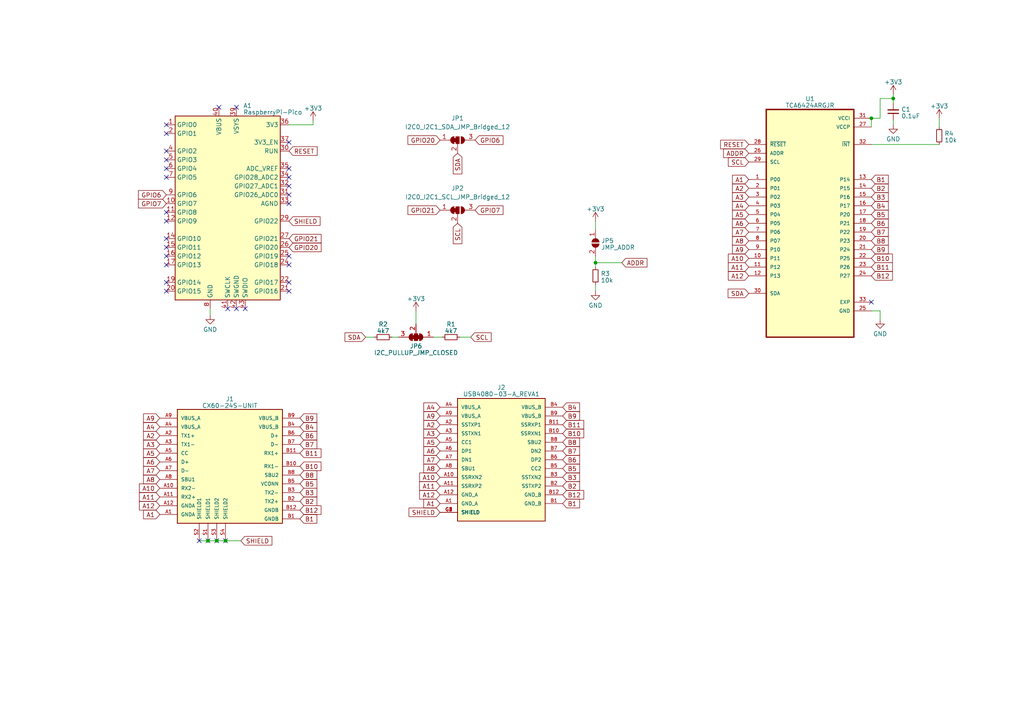
<source format=kicad_sch>
(kicad_sch (version 20230121) (generator eeschema)
  (paper "A4")
  (lib_symbols
    (symbol "CX60-24S-UNIT:CX60-24S-UNIT" (pin_names (offset 1.016))
      (property "Reference" "J1" (at 0 18.2499 0))
      (property "Value" "CX60-24S-UNIT" (at 0 16.3289 0))
      (symbol "CX60-24S-UNIT_0_0"
        (rectangle (start -15.24 -17.78) (end 15.24 15.24) (stroke (width 0.254)) (fill (type background)))
        (pin power_in line (at -20.32 -15.24 0) (length 5.08) (name "GNDA") (number "A1"))
        (pin bidirectional line (at -20.32 -7.62 0) (length 5.08) (name "RX2-") (number "A10"))
        (pin bidirectional line (at -20.32 -10.16 0) (length 5.08) (name "RX2+") (number "A11"))
        (pin power_in line (at -20.32 -12.7 0) (length 5.08) (name "GNDA") (number "A12"))
        (pin bidirectional line (at -20.32 7.62 0) (length 5.08) (name "TX1+") (number "A2"))
        (pin bidirectional line (at -20.32 5.08 0) (length 5.08) (name "TX1-") (number "A3"))
        (pin power_in line (at -20.32 10.16 0) (length 5.08) (name "VBUS_A") (number "A4"))
        (pin bidirectional line (at -20.32 2.54 0) (length 5.08) (name "CC") (number "A5"))
        (pin bidirectional line (at -20.32 0 0) (length 5.08) (name "D+") (number "A6"))
        (pin bidirectional line (at -20.32 -2.54 0) (length 5.08) (name "D-") (number "A7"))
        (pin bidirectional line (at -20.32 -5.08 0) (length 5.08) (name "SBU1") (number "A8"))
        (pin power_in line (at -20.32 12.7 0) (length 5.08) (name "VBUS_A") (number "A9"))
        (pin power_in line (at 20.32 -16.51 180) (length 5.08) (name "GNDB") (number "B1"))
        (pin bidirectional line (at 20.32 -1.27 180) (length 5.08) (name "RX1-") (number "B10"))
        (pin bidirectional line (at 20.32 2.54 180) (length 5.08) (name "RX1+") (number "B11"))
        (pin power_in line (at 20.32 -13.97 180) (length 5.08) (name "GNDB") (number "B12"))
        (pin bidirectional line (at 20.32 -11.43 180) (length 5.08) (name "TX2+") (number "B2"))
        (pin bidirectional line (at 20.32 -8.89 180) (length 5.08) (name "TX2-") (number "B3"))
        (pin power_in line (at 20.32 10.16 180) (length 5.08) (name "VBUS_B") (number "B4"))
        (pin bidirectional line (at 20.32 -6.35 180) (length 5.08) (name "VCONN") (number "B5"))
        (pin bidirectional line (at 20.32 -3.81 180) (length 5.08) (name "SBU2") (number "B8"))
        (pin power_in line (at 20.32 12.7 180) (length 5.08) (name "VBUS_B") (number "B9"))
        (pin passive line (at -6.35 -22.86 90) (length 5.08) (name "SHIELD1") (number "S1"))
        (pin passive line (at -8.89 -22.86 90) (length 5.08) (name "SHIELD1") (number "S2"))
        (pin passive line (at -3.81 -22.86 90) (length 5.08) (name "SHIELD2") (number "S3"))
        (pin passive line (at -1.27 -22.86 90) (length 5.08) (name "SHIELD2") (number "S4"))
      )
      (symbol "CX60-24S-UNIT_1_0"
        (pin bidirectional line (at 20.32 7.62 180) (length 5.08) (name "D+") (number "B6"))
        (pin bidirectional line (at 20.32 5.08 180) (length 5.08) (name "D-") (number "B7"))
      )
    )
    (symbol "Device:C_Small" (pin_numbers hide) (pin_names (offset 0.254) hide)
      (property "Reference" "C" (at 0.254 1.778 0))
      (property "Value" "C_Small" (at 0.254 -2.032 0))
      (symbol "C_Small_0_1"
        (polyline (pts (xy -1.524 -0.508) (xy 1.524 -0.508)) (stroke (width 0.3302)))
        (polyline (pts (xy -1.524 0.508) (xy 1.524 0.508)) (stroke (width 0.3048)))
      )
      (symbol "C_Small_1_1"
        (pin passive line (at 0 2.54 270) (length 2.032) (name "~") (number "1"))
        (pin passive line (at 0 -2.54 90) (length 2.032) (name "~") (number "2"))
      )
    )
    (symbol "Device:R_Small" (pin_numbers hide) (pin_names (offset 0.254) hide)
      (property "Reference" "R" (at 0.762 0.508 0))
      (property "Value" "R_Small" (at 0.762 -1.016 0))
      (symbol "R_Small_0_1"
        (rectangle (start -0.762 1.778) (end 0.762 -1.778) (stroke (width 0.2032)))
      )
      (symbol "R_Small_1_1"
        (pin passive line (at 0 2.54 270) (length 0.762) (name "~") (number "1"))
        (pin passive line (at 0 -2.54 90) (length 0.762) (name "~") (number "2"))
      )
    )
    (symbol "Jumper:SolderJumper_2_Open" (pin_names (offset 0) hide)
      (property "Reference" "JP" (at 0 2.032 0))
      (property "Value" "SolderJumper_2_Open" (at 0 -2.54 0))
      (symbol "SolderJumper_2_Open_0_1"
        (arc (start -0.254 1.016) (mid -1.2656 0) (end -0.254 -1.016))
        (arc (start -0.254 1.016) (mid -1.2656 0) (end -0.254 -1.016) (fill (type outline)))
        (polyline (pts (xy -0.254 1.016) (xy -0.254 -1.016)))
        (polyline (pts (xy 0.254 1.016) (xy 0.254 -1.016)))
        (arc (start 0.254 -1.016) (mid 1.2656 0) (end 0.254 1.016))
        (arc (start 0.254 -1.016) (mid 1.2656 0) (end 0.254 1.016) (fill (type outline)))
      )
      (symbol "SolderJumper_2_Open_1_1"
        (pin passive line (at -3.81 0 0) (length 2.54) (name "A") (number "1"))
        (pin passive line (at 3.81 0 180) (length 2.54) (name "B") (number "2"))
      )
    )
    (symbol "Jumper:SolderJumper_3_Bridged12" (pin_names (offset 0) hide)
      (property "Reference" "JP" (at -2.54 -2.54 0))
      (property "Value" "SolderJumper_3_Bridged12" (at 0 2.794 0))
      (symbol "SolderJumper_3_Bridged12_0_1"
        (rectangle (start -1.016 0.508) (end -0.508 -0.508) (fill (type outline)))
        (arc (start -1.016 1.016) (mid -2.0276 0) (end -1.016 -1.016))
        (arc (start -1.016 1.016) (mid -2.0276 0) (end -1.016 -1.016) (fill (type outline)))
        (rectangle (start -0.508 1.016) (end 0.508 -1.016) (fill (type outline)))
        (polyline (pts (xy -2.54 0) (xy -2.032 0)))
        (polyline (pts (xy -1.016 1.016) (xy -1.016 -1.016)))
        (polyline (pts (xy 0 -1.27) (xy 0 -1.016)))
        (polyline (pts (xy 1.016 1.016) (xy 1.016 -1.016)))
        (polyline (pts (xy 2.54 0) (xy 2.032 0)))
        (arc (start 1.016 -1.016) (mid 2.0276 0) (end 1.016 1.016))
        (arc (start 1.016 -1.016) (mid 2.0276 0) (end 1.016 1.016) (fill (type outline)))
      )
      (symbol "SolderJumper_3_Bridged12_1_1"
        (pin passive line (at -5.08 0 0) (length 2.54) (name "A") (number "1"))
        (pin passive line (at 0 -3.81 90) (length 2.54) (name "C") (number "2"))
        (pin passive line (at 5.08 0 180) (length 2.54) (name "B") (number "3"))
      )
    )
    (symbol "Jumper:SolderJumper_3_Bridged123" (pin_names (offset 0) hide)
      (property "Reference" "JP" (at -2.54 -2.54 0))
      (property "Value" "SolderJumper_3_Bridged123" (at 0 2.794 0))
      (symbol "SolderJumper_3_Bridged123_0_1"
        (rectangle (start -1.016 0.508) (end -0.508 -0.508) (fill (type outline)))
        (arc (start -1.016 1.016) (mid -2.0276 0) (end -1.016 -1.016))
        (arc (start -1.016 1.016) (mid -2.0276 0) (end -1.016 -1.016) (fill (type outline)))
        (rectangle (start -0.508 1.016) (end 0.508 -1.016) (fill (type outline)))
        (polyline (pts (xy -2.54 0) (xy -2.032 0)))
        (polyline (pts (xy -1.016 1.016) (xy -1.016 -1.016)))
        (polyline (pts (xy 0 -1.27) (xy 0 -1.016)))
        (polyline (pts (xy 1.016 1.016) (xy 1.016 -1.016)))
        (polyline (pts (xy 2.54 0) (xy 2.032 0)))
        (rectangle (start 0.508 0.508) (end 1.016 -0.508) (fill (type outline)))
        (arc (start 1.016 -1.016) (mid 2.0276 0) (end 1.016 1.016))
        (arc (start 1.016 -1.016) (mid 2.0276 0) (end 1.016 1.016) (fill (type outline)))
      )
      (symbol "SolderJumper_3_Bridged123_1_1"
        (pin passive line (at -5.08 0 0) (length 2.54) (name "A") (number "1"))
        (pin passive line (at 0 -3.81 90) (length 2.54) (name "C") (number "2"))
        (pin passive line (at 5.08 0 180) (length 2.54) (name "B") (number "3"))
      )
    )
    (symbol "Pi_Pico:RaspberryPi-Pico"
      (property "Reference" "A" (at 0 17.78 0))
      (property "Value" "RaspberryPi-Pico" (at 2.54 15.24 0))
      (symbol "RaspberryPi-Pico_1_1"
        (rectangle (start -15.24 27.94) (end 15.24 -25.4) (stroke (width 0.254)) (fill (type background)))
        (pin bidirectional line (at -17.78 25.4 0) (length 2.54) (name "GPIO0") (number "1"))
        (pin bidirectional line (at -17.78 2.54 0) (length 2.54) (name "GPIO7") (number "10"))
        (pin bidirectional line (at -17.78 0 0) (length 2.54) (name "GPIO8") (number "11"))
        (pin bidirectional line (at -17.78 -2.54 0) (length 2.54) (name "GPIO9") (number "12"))
        (pin passive line (at -5.08 -27.94 90) (length 2.54) hide (name "GND") (number "13"))
        (pin bidirectional line (at -17.78 -7.62 0) (length 2.54) (name "GPIO10") (number "14"))
        (pin bidirectional line (at -17.78 -10.16 0) (length 2.54) (name "GPIO11") (number "15"))
        (pin bidirectional line (at -17.78 -12.7 0) (length 2.54) (name "GPIO12") (number "16"))
        (pin bidirectional line (at -17.78 -15.24 0) (length 2.54) (name "GPIO13") (number "17"))
        (pin passive line (at -5.08 -27.94 90) (length 2.54) hide (name "GND") (number "18"))
        (pin bidirectional line (at -17.78 -20.32 0) (length 2.54) (name "GPIO14") (number "19"))
        (pin bidirectional line (at -17.78 22.86 0) (length 2.54) (name "GPIO1") (number "2"))
        (pin bidirectional line (at -17.78 -22.86 0) (length 2.54) (name "GPIO15") (number "20"))
        (pin bidirectional line (at 17.78 -22.86 180) (length 2.54) (name "GPIO16") (number "21"))
        (pin bidirectional line (at 17.78 -20.32 180) (length 2.54) (name "GPIO17") (number "22"))
        (pin passive line (at -5.08 -27.94 90) (length 2.54) hide (name "GND") (number "23"))
        (pin bidirectional line (at 17.78 -15.24 180) (length 2.54) (name "GPIO18") (number "24"))
        (pin bidirectional line (at 17.78 -12.7 180) (length 2.54) (name "GPIO19") (number "25"))
        (pin bidirectional line (at 17.78 -10.16 180) (length 2.54) (name "GPIO20") (number "26"))
        (pin bidirectional line (at 17.78 -7.62 180) (length 2.54) (name "GPIO21") (number "27"))
        (pin passive line (at -5.08 -27.94 90) (length 2.54) hide (name "GND") (number "28"))
        (pin bidirectional line (at 17.78 -2.54 180) (length 2.54) (name "GPIO22") (number "29"))
        (pin passive line (at -5.08 -27.94 90) (length 2.54) hide (name "GND") (number "3"))
        (pin input line (at 17.78 17.78 180) (length 2.54) (name "RUN") (number "30"))
        (pin bidirectional line (at 17.78 5.08 180) (length 2.54) (name "GPIO26_ADC0") (number "31"))
        (pin bidirectional line (at 17.78 7.62 180) (length 2.54) (name "GPIO27_ADC1") (number "32"))
        (pin power_in line (at 17.78 2.54 180) (length 2.54) (name "AGND") (number "33"))
        (pin bidirectional line (at 17.78 10.16 180) (length 2.54) (name "GPIO28_ADC2") (number "34"))
        (pin power_in line (at 17.78 12.7 180) (length 2.54) (name "ADC_VREF") (number "35"))
        (pin power_out line (at 17.78 25.4 180) (length 2.54) (name "3V3") (number "36"))
        (pin input line (at 17.78 20.32 180) (length 2.54) (name "3V3_EN") (number "37"))
        (pin passive line (at -5.08 -27.94 90) (length 2.54) hide (name "GND") (number "38"))
        (pin power_out line (at 2.54 30.48 270) (length 2.54) (name "VSYS") (number "39"))
        (pin bidirectional line (at -17.78 17.78 0) (length 2.54) (name "GPIO2") (number "4"))
        (pin power_out line (at -2.54 30.48 270) (length 2.54) (name "VBUS") (number "40"))
        (pin input line (at 0 -27.94 90) (length 2.54) (name "SWCLK") (number "41"))
        (pin power_in line (at 2.54 -27.94 90) (length 2.54) (name "SWGND") (number "42"))
        (pin bidirectional line (at 5.08 -27.94 90) (length 2.54) (name "SWDIO") (number "43"))
        (pin bidirectional line (at -17.78 15.24 0) (length 2.54) (name "GPIO3") (number "5"))
        (pin bidirectional line (at -17.78 12.7 0) (length 2.54) (name "GPIO4") (number "6"))
        (pin bidirectional line (at -17.78 10.16 0) (length 2.54) (name "GPIO5") (number "7"))
        (pin power_in line (at -5.08 -27.94 90) (length 2.54) (name "GND") (number "8"))
        (pin bidirectional line (at -17.78 5.08 0) (length 2.54) (name "GPIO6") (number "9"))
      )
    )
    (symbol "TCA6424ARGJR:TCA6424ARGJR" (pin_names (offset 1.016))
      (property "Reference" "U" (at -12.7 34.02 0))
      (property "Value" "TCA6424ARGJR" (at -12.7 -37.02 0))
      (symbol "TCA6424ARGJR_0_0"
        (rectangle (start -12.7 -33.02) (end 12.7 33.02) (stroke (width 0.41)) (fill (type background)))
        (pin bidirectional line (at -17.78 12.7 0) (length 5.08) (name "P00") (number "1"))
        (pin bidirectional line (at -17.78 -10.16 0) (length 5.08) (name "P11") (number "10"))
        (pin bidirectional line (at -17.78 -12.7 0) (length 5.08) (name "P12") (number "11"))
        (pin bidirectional line (at -17.78 -15.24 0) (length 5.08) (name "P13") (number "12"))
        (pin bidirectional line (at 17.78 12.7 180) (length 5.08) (name "P14") (number "13"))
        (pin bidirectional line (at 17.78 10.16 180) (length 5.08) (name "P15") (number "14"))
        (pin bidirectional line (at 17.78 7.62 180) (length 5.08) (name "P16") (number "15"))
        (pin bidirectional line (at 17.78 5.08 180) (length 5.08) (name "P17") (number "16"))
        (pin bidirectional line (at 17.78 2.54 180) (length 5.08) (name "P20") (number "17"))
        (pin bidirectional line (at 17.78 0 180) (length 5.08) (name "P21") (number "18"))
        (pin bidirectional line (at 17.78 -2.54 180) (length 5.08) (name "P22") (number "19"))
        (pin bidirectional line (at -17.78 10.16 0) (length 5.08) (name "P01") (number "2"))
        (pin bidirectional line (at 17.78 -5.08 180) (length 5.08) (name "P23") (number "20"))
        (pin bidirectional line (at 17.78 -7.62 180) (length 5.08) (name "P24") (number "21"))
        (pin bidirectional line (at 17.78 -10.16 180) (length 5.08) (name "P25") (number "22"))
        (pin bidirectional line (at 17.78 -12.7 180) (length 5.08) (name "P26") (number "23"))
        (pin bidirectional line (at 17.78 -15.24 180) (length 5.08) (name "P27") (number "24"))
        (pin power_in line (at 17.78 -25.4 180) (length 5.08) (name "GND") (number "25"))
        (pin input line (at -17.78 20.32 0) (length 5.08) (name "ADDR") (number "26"))
        (pin power_in line (at 17.78 27.94 180) (length 5.08) (name "VCCP") (number "27"))
        (pin input line (at -17.78 22.86 0) (length 5.08) (name "~{RESET}") (number "28"))
        (pin input line (at -17.78 17.78 0) (length 5.08) (name "SCL") (number "29"))
        (pin bidirectional line (at -17.78 7.62 0) (length 5.08) (name "P02") (number "3"))
        (pin bidirectional line (at -17.78 -20.32 0) (length 5.08) (name "SDA") (number "30"))
        (pin power_in line (at 17.78 30.48 180) (length 5.08) (name "VCCI") (number "31"))
        (pin output line (at 17.78 22.86 180) (length 5.08) (name "~{INT}") (number "32"))
        (pin power_in line (at 17.78 -22.86 180) (length 5.08) (name "EXP") (number "33"))
        (pin bidirectional line (at -17.78 5.08 0) (length 5.08) (name "P03") (number "4"))
        (pin bidirectional line (at -17.78 2.54 0) (length 5.08) (name "P04") (number "5"))
        (pin bidirectional line (at -17.78 0 0) (length 5.08) (name "P05") (number "6"))
        (pin bidirectional line (at -17.78 -2.54 0) (length 5.08) (name "P06") (number "7"))
        (pin bidirectional line (at -17.78 -5.08 0) (length 5.08) (name "P07") (number "8"))
        (pin bidirectional line (at -17.78 -7.62 0) (length 5.08) (name "P10") (number "9"))
      )
    )
    (symbol "USB4080-03-A_REVA1:USB4080-03-A_REVA1" (pin_names (offset 1.016))
      (property "Reference" "J2" (at 0 20.971 0))
      (property "Value" "USB4080-03-A_REVA1" (at 0 19.05 0))
      (symbol "USB4080-03-A_REVA1_0_0"
        (rectangle (start -12.7 17.78) (end 12.7 -17.78) (stroke (width 0.254)) (fill (type background)))
        (pin power_in line (at -17.78 -12.7 0) (length 5.08) (name "GND_A") (number "A1"))
        (pin bidirectional line (at -17.78 -5.08 0) (length 5.08) (name "SSRXN2") (number "A10"))
        (pin bidirectional line (at -17.78 -7.62 0) (length 5.08) (name "SSRXP2") (number "A11"))
        (pin power_in line (at -17.78 -10.16 0) (length 5.08) (name "GND_A") (number "A12"))
        (pin bidirectional line (at -17.78 10.16 0) (length 5.08) (name "SSTXP1") (number "A2"))
        (pin bidirectional line (at -17.78 7.62 0) (length 5.08) (name "SSTXN1") (number "A3"))
        (pin power_in line (at -17.78 15.24 0) (length 5.08) (name "VBUS_A") (number "A4"))
        (pin bidirectional line (at -17.78 5.08 0) (length 5.08) (name "CC1") (number "A5"))
        (pin bidirectional line (at -17.78 2.54 0) (length 5.08) (name "DP1") (number "A6"))
        (pin bidirectional line (at -17.78 0 0) (length 5.08) (name "DN1") (number "A7"))
        (pin bidirectional line (at -17.78 -2.54 0) (length 5.08) (name "SBU1") (number "A8"))
        (pin power_in line (at -17.78 12.7 0) (length 5.08) (name "VBUS_A") (number "A9"))
        (pin power_in line (at 17.78 -12.7 180) (length 5.08) (name "GND_B") (number "B1"))
        (pin bidirectional line (at 17.78 7.62 180) (length 5.08) (name "SSRXN1") (number "B10"))
        (pin bidirectional line (at 17.78 10.16 180) (length 5.08) (name "SSRXP1") (number "B11"))
        (pin power_in line (at 17.78 -10.16 180) (length 5.08) (name "GND_B") (number "B12"))
        (pin bidirectional line (at 17.78 -7.62 180) (length 5.08) (name "SSTXP2") (number "B2"))
        (pin bidirectional line (at 17.78 -5.08 180) (length 5.08) (name "SSTXN2") (number "B3"))
        (pin power_in line (at 17.78 15.24 180) (length 5.08) (name "VBUS_B") (number "B4"))
        (pin bidirectional line (at 17.78 -2.54 180) (length 5.08) (name "CC2") (number "B5"))
        (pin bidirectional line (at 17.78 0 180) (length 5.08) (name "DP2") (number "B6"))
        (pin bidirectional line (at 17.78 2.54 180) (length 5.08) (name "DN2") (number "B7"))
        (pin bidirectional line (at 17.78 5.08 180) (length 5.08) (name "SBU2") (number "B8"))
        (pin power_in line (at 17.78 12.7 180) (length 5.08) (name "VBUS_B") (number "B9"))
        (pin passive line (at -17.78 -15.24 0) (length 5.08) (name "SHIELD") (number "G1"))
        (pin passive line (at -17.78 -15.24 0) (length 5.08) (name "SHIELD") (number "G2"))
        (pin passive line (at -17.78 -15.24 0) (length 5.08) (name "SHIELD") (number "G3"))
        (pin passive line (at -17.78 -15.24 0) (length 5.08) (name "SHIELD") (number "G4"))
      )
    )
    (symbol "power:+3V3" (power) (pin_names (offset 0))
      (property "Value" "+3V3" (at 0 3.556 0))
      (symbol "+3V3_0_1"
        (polyline (pts (xy -0.762 1.27) (xy 0 2.54)))
        (polyline (pts (xy 0 0) (xy 0 2.54)))
        (polyline (pts (xy 0 2.54) (xy 0.762 1.27)))
      )
      (symbol "+3V3_1_1"
        (pin power_in line (at 0 0 90) (length 0) hide (name "+3V3") (number "1"))
      )
    )
    (symbol "power:GND" (power) (pin_names (offset 0))
      (property "Value" "GND" (at 0 -3.81 0))
      (symbol "GND_0_1"
        (polyline (pts (xy 0 0) (xy 0 -1.27) (xy 1.27 -1.27) (xy 0 -2.54) (xy -1.27 -1.27) (xy 0 -1.27)))
      )
      (symbol "GND_1_1"
        (pin power_in line (at 0 0 270) (length 0) hide (name "GND") (number "1"))
      )
    )
  )
  (junction (at 62.865 156.845))
  (junction (at 172.72 76.2))
  (junction (at 65.405 156.845))
  (junction (at 60.325 156.845))
  (junction (at 259.08 28.575))
  (junction (at 252.73 34.29))
  (no_connect (at 48.26 61.595))
  (no_connect (at 68.58 31.115))
  (no_connect (at 60.325 156.845))
  (no_connect (at 48.26 64.135))
  (no_connect (at 71.12 89.535))
  (no_connect (at 83.82 48.895))
  (no_connect (at 66.04 89.535))
  (no_connect (at 63.5 31.115))
  (no_connect (at 48.26 46.355))
  (no_connect (at 48.26 36.195))
  (no_connect (at 48.26 38.735))
  (no_connect (at 48.26 71.755))
  (no_connect (at 48.26 84.455))
  (no_connect (at 83.82 81.915))
  (no_connect (at 83.82 74.295))
  (no_connect (at 83.82 41.275))
  (no_connect (at 48.26 81.915))
  (no_connect (at 83.82 84.455))
  (no_connect (at 62.865 156.845))
  (no_connect (at 83.82 59.055))
  (no_connect (at 48.26 76.835))
  (no_connect (at 48.26 48.895))
  (no_connect (at 65.405 156.845))
  (no_connect (at 68.58 89.535))
  (no_connect (at 83.82 51.435))
  (no_connect (at 48.26 51.435))
  (no_connect (at 48.26 69.215))
  (no_connect (at 252.73 87.63))
  (no_connect (at 57.785 156.845))
  (no_connect (at 83.82 76.835))
  (no_connect (at 48.26 74.295))
  (no_connect (at 48.26 43.815))
  (no_connect (at 83.82 53.975))
  (no_connect (at 83.82 56.515))
  (wire (pts (xy 62.865 156.845) (xy 65.405 156.845)))
  (wire (pts (xy 255.27 28.575) (xy 259.08 28.575)))
  (wire (pts (xy 60.96 89.535) (xy 60.96 91.44)))
  (wire (pts (xy 106.045 97.79) (xy 108.585 97.79)))
  (wire (pts (xy 113.665 97.79) (xy 115.57 97.79)))
  (wire (pts (xy 65.405 156.845) (xy 69.85 156.845)))
  (wire (pts (xy 133.35 97.79) (xy 136.525 97.79)))
  (wire (pts (xy 252.73 90.17) (xy 255.27 90.17)))
  (wire (pts (xy 272.415 34.29) (xy 272.415 36.83)))
  (wire (pts (xy 252.73 41.91) (xy 272.415 41.91)))
  (wire (pts (xy 60.325 156.845) (xy 62.865 156.845)))
  (wire (pts (xy 252.73 34.29) (xy 252.73 36.83)))
  (wire (pts (xy 57.785 156.845) (xy 60.325 156.845)))
  (wire (pts (xy 259.08 34.925) (xy 259.08 36.195)))
  (wire (pts (xy 120.65 90.17) (xy 120.65 93.98)))
  (wire (pts (xy 172.72 74.295) (xy 172.72 76.2)))
  (wire (pts (xy 255.27 90.17) (xy 255.27 92.71)))
  (wire (pts (xy 172.72 76.2) (xy 180.34 76.2)))
  (wire (pts (xy 255.27 34.29) (xy 255.27 28.575)))
  (wire (pts (xy 90.805 36.195) (xy 83.82 36.195)))
  (wire (pts (xy 172.72 82.55) (xy 172.72 84.455)))
  (wire (pts (xy 259.08 27.305) (xy 259.08 28.575)))
  (wire (pts (xy 252.73 34.29) (xy 255.27 34.29)))
  (wire (pts (xy 128.27 97.79) (xy 125.73 97.79)))
  (wire (pts (xy 259.08 28.575) (xy 259.08 29.845)))
  (wire (pts (xy 90.805 34.925) (xy 90.805 36.195)))
  (wire (pts (xy 172.72 64.135) (xy 172.72 66.675)))
  (wire (pts (xy 172.72 76.2) (xy 172.72 77.47)))
  (global_label "A3" (shape input) (at 217.17 57.15 180) (property "Intersheetrefs" "${INTERSHEET_REFS}" (effects hide)))
  (global_label "B8" (shape input) (at 86.995 137.795 0) (property "Intersheetrefs" "${INTERSHEET_REFS}" (effects hide)))
  (global_label "A2" (shape input) (at 127.635 123.19 180) (property "Intersheetrefs" "${INTERSHEET_REFS}" (effects hide)))
  (global_label "A12" (shape input) (at 127.635 143.51 180) (property "Intersheetrefs" "${INTERSHEET_REFS}" (effects hide)))
  (global_label "A12" (shape input) (at 46.355 146.685 180) (property "Intersheetrefs" "${INTERSHEET_REFS}" (effects hide)))
  (global_label "A6" (shape input) (at 46.355 133.985 180) (property "Intersheetrefs" "${INTERSHEET_REFS}" (effects hide)))
  (global_label "GPIO20" (shape input) (at 127.635 40.64 180) (property "Intersheetrefs" "${INTERSHEET_REFS}" (effects hide)))
  (global_label "B6" (shape input) (at 252.73 64.77 0) (property "Intersheetrefs" "${INTERSHEET_REFS}" (effects hide)))
  (global_label "A12" (shape input) (at 217.17 80.01 180) (property "Intersheetrefs" "${INTERSHEET_REFS}" (effects hide)))
  (global_label "A4" (shape input) (at 217.17 59.69 180) (property "Intersheetrefs" "${INTERSHEET_REFS}" (effects hide)))
  (global_label "B3" (shape input) (at 86.995 142.875 0) (property "Intersheetrefs" "${INTERSHEET_REFS}" (effects hide)))
  (global_label "SHIELD" (shape input) (at 127.635 148.59 180) (property "Intersheetrefs" "${INTERSHEET_REFS}" (effects hide)))
  (global_label "A6" (shape input) (at 217.17 64.77 180) (property "Intersheetrefs" "${INTERSHEET_REFS}" (effects hide)))
  (global_label "B3" (shape input) (at 252.73 57.15 0) (property "Intersheetrefs" "${INTERSHEET_REFS}" (effects hide)))
  (global_label "B10" (shape input) (at 86.995 135.255 0) (property "Intersheetrefs" "${INTERSHEET_REFS}" (effects hide)))
  (global_label "B4" (shape input) (at 252.73 59.69 0) (property "Intersheetrefs" "${INTERSHEET_REFS}" (effects hide)))
  (global_label "B7" (shape input) (at 86.995 128.905 0) (property "Intersheetrefs" "${INTERSHEET_REFS}" (effects hide)))
  (global_label "B5" (shape input) (at 86.995 140.335 0) (property "Intersheetrefs" "${INTERSHEET_REFS}" (effects hide)))
  (global_label "B5" (shape input) (at 252.73 62.23 0) (property "Intersheetrefs" "${INTERSHEET_REFS}" (effects hide)))
  (global_label "GPIO20" (shape input) (at 83.82 71.755 0) (property "Intersheetrefs" "${INTERSHEET_REFS}" (effects hide)))
  (global_label "SDA" (shape input) (at 106.045 97.79 180) (property "Intersheetrefs" "${INTERSHEET_REFS}" (effects hide)))
  (global_label "A8" (shape input) (at 217.17 69.85 180) (property "Intersheetrefs" "${INTERSHEET_REFS}" (effects hide)))
  (global_label "B7" (shape input) (at 163.195 130.81 0) (property "Intersheetrefs" "${INTERSHEET_REFS}" (effects hide)))
  (global_label "B12" (shape input) (at 86.995 147.955 0) (property "Intersheetrefs" "${INTERSHEET_REFS}" (effects hide)))
  (global_label "ADDR" (shape input) (at 180.34 76.2 0) (property "Intersheetrefs" "${INTERSHEET_REFS}" (effects hide)))
  (global_label "A4" (shape input) (at 46.355 123.825 180) (property "Intersheetrefs" "${INTERSHEET_REFS}" (effects hide)))
  (global_label "B1" (shape input) (at 163.195 146.05 0) (property "Intersheetrefs" "${INTERSHEET_REFS}" (effects hide)))
  (global_label "A3" (shape input) (at 46.355 128.905 180) (property "Intersheetrefs" "${INTERSHEET_REFS}" (effects hide)))
  (global_label "SDA" (shape input) (at 217.17 85.09 180) (property "Intersheetrefs" "${INTERSHEET_REFS}" (effects hide)))
  (global_label "A9" (shape input) (at 46.355 121.285 180) (property "Intersheetrefs" "${INTERSHEET_REFS}" (effects hide)))
  (global_label "A2" (shape input) (at 217.17 54.61 180) (property "Intersheetrefs" "${INTERSHEET_REFS}" (effects hide)))
  (global_label "RESET" (shape input) (at 83.82 43.815 0) (property "Intersheetrefs" "${INTERSHEET_REFS}" (effects hide)))
  (global_label "A7" (shape input) (at 127.635 133.35 180) (property "Intersheetrefs" "${INTERSHEET_REFS}" (effects hide)))
  (global_label "B8" (shape input) (at 252.73 69.85 0) (property "Intersheetrefs" "${INTERSHEET_REFS}" (effects hide)))
  (global_label "SDA" (shape input) (at 132.715 44.45 270) (property "Intersheetrefs" "${INTERSHEET_REFS}" (effects hide)))
  (global_label "A6" (shape input) (at 127.635 130.81 180) (property "Intersheetrefs" "${INTERSHEET_REFS}" (effects hide)))
  (global_label "A2" (shape input) (at 46.355 126.365 180) (property "Intersheetrefs" "${INTERSHEET_REFS}" (effects hide)))
  (global_label "A9" (shape input) (at 127.635 120.65 180) (property "Intersheetrefs" "${INTERSHEET_REFS}" (effects hide)))
  (global_label "A11" (shape input) (at 46.355 144.145 180) (property "Intersheetrefs" "${INTERSHEET_REFS}" (effects hide)))
  (global_label "B1" (shape input) (at 252.73 52.07 0) (property "Intersheetrefs" "${INTERSHEET_REFS}" (effects hide)))
  (global_label "GPIO6" (shape input) (at 137.795 40.64 0) (property "Intersheetrefs" "${INTERSHEET_REFS}" (effects hide)))
  (global_label "B10" (shape input) (at 163.195 125.73 0) (property "Intersheetrefs" "${INTERSHEET_REFS}" (effects hide)))
  (global_label "B11" (shape input) (at 86.995 131.445 0) (property "Intersheetrefs" "${INTERSHEET_REFS}" (effects hide)))
  (global_label "A11" (shape input) (at 217.17 77.47 180) (property "Intersheetrefs" "${INTERSHEET_REFS}" (effects hide)))
  (global_label "B6" (shape input) (at 163.195 133.35 0) (property "Intersheetrefs" "${INTERSHEET_REFS}" (effects hide)))
  (global_label "GPIO7" (shape input) (at 137.795 60.96 0) (property "Intersheetrefs" "${INTERSHEET_REFS}" (effects hide)))
  (global_label "A1" (shape input) (at 127.635 146.05 180) (property "Intersheetrefs" "${INTERSHEET_REFS}" (effects hide)))
  (global_label "A5" (shape input) (at 46.355 131.445 180) (property "Intersheetrefs" "${INTERSHEET_REFS}" (effects hide)))
  (global_label "B4" (shape input) (at 86.995 123.825 0) (property "Intersheetrefs" "${INTERSHEET_REFS}" (effects hide)))
  (global_label "A8" (shape input) (at 127.635 135.89 180) (property "Intersheetrefs" "${INTERSHEET_REFS}" (effects hide)))
  (global_label "B9" (shape input) (at 252.73 72.39 0) (property "Intersheetrefs" "${INTERSHEET_REFS}" (effects hide)))
  (global_label "B10" (shape input) (at 252.73 74.93 0) (property "Intersheetrefs" "${INTERSHEET_REFS}" (effects hide)))
  (global_label "A9" (shape input) (at 217.17 72.39 180) (property "Intersheetrefs" "${INTERSHEET_REFS}" (effects hide)))
  (global_label "A11" (shape input) (at 127.635 140.97 180) (property "Intersheetrefs" "${INTERSHEET_REFS}" (effects hide)))
  (global_label "B12" (shape input) (at 252.73 80.01 0) (property "Intersheetrefs" "${INTERSHEET_REFS}" (effects hide)))
  (global_label "A3" (shape input) (at 127.635 125.73 180) (property "Intersheetrefs" "${INTERSHEET_REFS}" (effects hide)))
  (global_label "B7" (shape input) (at 252.73 67.31 0) (property "Intersheetrefs" "${INTERSHEET_REFS}" (effects hide)))
  (global_label "B11" (shape input) (at 252.73 77.47 0) (property "Intersheetrefs" "${INTERSHEET_REFS}" (effects hide)))
  (global_label "B12" (shape input) (at 163.195 143.51 0) (property "Intersheetrefs" "${INTERSHEET_REFS}" (effects hide)))
  (global_label "B6" (shape input) (at 86.995 126.365 0) (property "Intersheetrefs" "${INTERSHEET_REFS}" (effects hide)))
  (global_label "A1" (shape input) (at 46.355 149.225 180) (property "Intersheetrefs" "${INTERSHEET_REFS}" (effects hide)))
  (global_label "B1" (shape input) (at 86.995 150.495 0) (property "Intersheetrefs" "${INTERSHEET_REFS}" (effects hide)))
  (global_label "B2" (shape input) (at 252.73 54.61 0) (property "Intersheetrefs" "${INTERSHEET_REFS}" (effects hide)))
  (global_label "SHIELD" (shape input) (at 83.82 64.135 0) (property "Intersheetrefs" "${INTERSHEET_REFS}" (effects hide)))
  (global_label "GPIO21" (shape input) (at 83.82 69.215 0) (property "Intersheetrefs" "${INTERSHEET_REFS}" (effects hide)))
  (global_label "GPIO21" (shape input) (at 127.635 60.96 180) (property "Intersheetrefs" "${INTERSHEET_REFS}" (effects hide)))
  (global_label "A10" (shape input) (at 217.17 74.93 180) (property "Intersheetrefs" "${INTERSHEET_REFS}" (effects hide)))
  (global_label "SCL" (shape input) (at 136.525 97.79 0) (property "Intersheetrefs" "${INTERSHEET_REFS}" (effects hide)))
  (global_label "B5" (shape input) (at 163.195 135.89 0) (property "Intersheetrefs" "${INTERSHEET_REFS}" (effects hide)))
  (global_label "RESET" (shape input) (at 217.17 41.91 180) (property "Intersheetrefs" "${INTERSHEET_REFS}" (effects hide)))
  (global_label "B2" (shape input) (at 163.195 140.97 0) (property "Intersheetrefs" "${INTERSHEET_REFS}" (effects hide)))
  (global_label "B9" (shape input) (at 86.995 121.285 0) (property "Intersheetrefs" "${INTERSHEET_REFS}" (effects hide)))
  (global_label "B9" (shape input) (at 163.195 120.65 0) (property "Intersheetrefs" "${INTERSHEET_REFS}" (effects hide)))
  (global_label "GPIO7" (shape input) (at 48.26 59.055 180) (property "Intersheetrefs" "${INTERSHEET_REFS}" (effects hide)))
  (global_label "A1" (shape input) (at 217.17 52.07 180) (property "Intersheetrefs" "${INTERSHEET_REFS}" (effects hide)))
  (global_label "A10" (shape input) (at 46.355 141.605 180) (property "Intersheetrefs" "${INTERSHEET_REFS}" (effects hide)))
  (global_label "SCL" (shape input) (at 217.17 46.99 180) (property "Intersheetrefs" "${INTERSHEET_REFS}" (effects hide)))
  (global_label "A7" (shape input) (at 46.355 136.525 180) (property "Intersheetrefs" "${INTERSHEET_REFS}" (effects hide)))
  (global_label "A5" (shape input) (at 217.17 62.23 180) (property "Intersheetrefs" "${INTERSHEET_REFS}" (effects hide)))
  (global_label "SCL" (shape input) (at 132.715 64.77 270) (property "Intersheetrefs" "${INTERSHEET_REFS}" (effects hide)))
  (global_label "B8" (shape input) (at 163.195 128.27 0) (property "Intersheetrefs" "${INTERSHEET_REFS}" (effects hide)))
  (global_label "A10" (shape input) (at 127.635 138.43 180) (property "Intersheetrefs" "${INTERSHEET_REFS}" (effects hide)))
  (global_label "B11" (shape input) (at 163.195 123.19 0) (property "Intersheetrefs" "${INTERSHEET_REFS}" (effects hide)))
  (global_label "B3" (shape input) (at 163.195 138.43 0) (property "Intersheetrefs" "${INTERSHEET_REFS}" (effects hide)))
  (global_label "A7" (shape input) (at 217.17 67.31 180) (property "Intersheetrefs" "${INTERSHEET_REFS}" (effects hide)))
  (global_label "ADDR" (shape input) (at 217.17 44.45 180) (property "Intersheetrefs" "${INTERSHEET_REFS}" (effects hide)))
  (global_label "GPIO6" (shape input) (at 48.26 56.515 180) (property "Intersheetrefs" "${INTERSHEET_REFS}" (effects hide)))
  (global_label "A5" (shape input) (at 127.635 128.27 180) (property "Intersheetrefs" "${INTERSHEET_REFS}" (effects hide)))
  (global_label "A4" (shape input) (at 127.635 118.11 180) (property "Intersheetrefs" "${INTERSHEET_REFS}" (effects hide)))
  (global_label "A8" (shape input) (at 46.355 139.065 180) (property "Intersheetrefs" "${INTERSHEET_REFS}" (effects hide)))
  (global_label "B2" (shape input) (at 86.995 145.415 0) (property "Intersheetrefs" "${INTERSHEET_REFS}" (effects hide)))
  (global_label "B4" (shape input) (at 163.195 118.11 0) (property "Intersheetrefs" "${INTERSHEET_REFS}" (effects hide)))
  (global_label "SHIELD" (shape input) (at 69.85 156.845 0) (property "Intersheetrefs" "${INTERSHEET_REFS}" (effects hide)))
  (symbol (lib_id "Device:R_Small") (at 111.125 97.79 270) (unit 1)
    (property "Reference" "R2" (at 111.125 94.0435 90))
    (property "Value" "4k7" (at 111.125 95.9645 90))
    (property "Footprint" "Resistor_SMD:R_0603_1608Metric" (effects hide))
  )
  (symbol (lib_id "Device:R_Small") (at 272.415 39.37 0) (unit 1)
    (property "Reference" "R4" (at 273.9136 38.7263 0) (effects (justify left)))
    (property "Value" "10k" (at 273.9136 40.6473 0) (effects (justify left)))
    (property "Footprint" "Resistor_SMD:R_0603_1608Metric" (effects hide))
  )
  (symbol (lib_id "Jumper:SolderJumper_2_Open") (at 172.72 70.485 270) (unit 1)
    (property "Reference" "JP5" (at 174.371 69.8413 90) (effects (justify left)))
    (property "Value" "JMP_ADDR" (at 174.371 71.7623 90) (effects (justify left)))
    (property "Footprint" "Jumper:SolderJumper-2_P1.3mm_Open_RoundedPad1.0x1.5mm" (effects hide))
  )
  (symbol (lib_id "Device:R_Small") (at 172.72 80.01 0) (unit 1)
    (property "Reference" "R3" (at 174.2186 79.3663 0) (effects (justify left)))
    (property "Value" "10k" (at 174.2186 81.2873 0) (effects (justify left)))
    (property "Footprint" "Resistor_SMD:R_0603_1608Metric" (effects hide))
  )
  (symbol (lib_id "USB4080-03-A_REVA1:USB4080-03-A_REVA1") (at 145.415 133.35 0) (unit 1)
    (property "Reference" "J2" (at 145.415 112.379 0))
    (property "Value" "USB4080-03-A_REVA1" (at 145.415 114.3 0))
    (property "Footprint" "usb-shorts-tester:GCT_USB4080-03-A_REVA1" (effects hide))
    (property "MF" "Global Connector Technology" (effects hide))
    (property "MAXIMUM_PACKAGE_HEIGHT" "3.16 mm" (effects hide))
    (property "Package" "None" (effects hide))
    (property "Price" "None" (effects hide))
    (property "Check_prices" "https://www.snapeda.com/parts/USB4080-03-A/Global+Connector+Technology/view-part/?ref=eda" (effects hide))
    (property "STANDARD" "Manufacturer Recommendations" (effects hide))
    (property "PARTREV" "A1" (effects hide))
    (property "SnapEDA_Link" "https://www.snapeda.com/parts/USB4080-03-A/Global+Connector+Technology/view-part/?ref=snap" (effects hide))
    (property "MP" "USB4080-03-A" (effects hide))
    (property "Description" "\nUSB-C (USB TYPE-C) USB 3.2 Gen 2 (USB 3.1 Gen 2, Superspeed + (USB 3.1)) Receptacle Connector 24 Position Surface Mount, Right Angle; Through Hole\n" (effects hide))
    (property "MANUFACTURER" "GCT" (effects hide))
    (property "Availability" "In Stock" (effects hide))
    (property "SNAPEDA_PN" "USB4080-03-A" (effects hide))
  )
  (symbol (lib_id "power:GND") (at 255.27 92.71 0) (unit 1)
    (property "Reference" "#PWR02" (effects hide))
    (property "Value" "GND" (at 255.27 96.8455 0))
  )
  (symbol (lib_id "CX60-24S-UNIT:CX60-24S-UNIT") (at 66.675 133.985 0) (unit 1)
    (property "Reference" "J1" (at 66.675 115.7351 0))
    (property "Value" "CX60-24S-UNIT" (at 66.675 117.6561 0))
    (property "Footprint" "usb-shorts-tester:HIROSE_CX60-24S-UNIT" (effects hide))
    (property "MF" "Hirose Electric Co Ltd" (effects hide))
    (property "MAXIMUM_PACKAGE_HEIGHT" "2.6 mm" (effects hide))
    (property "Package" "None" (effects hide))
    (property "Price" "None" (effects hide))
    (property "Check_prices" "https://www.snapeda.com/parts/CX60-24S-UNIT/Hirose/view-part/?ref=eda" (effects hide))
    (property "STANDARD" "Manufacturer Recommendations" (effects hide))
    (property "PARTREV" "5" (effects hide))
    (property "SnapEDA_Link" "https://www.snapeda.com/parts/CX60-24S-UNIT/Hirose/view-part/?ref=snap" (effects hide))
    (property "MP" "CX60-24S-UNIT" (effects hide))
    (property "Purchase-URL" "https://pricing.snapeda.com/search?q=CX60-24S-UNIT&ref=eda" (effects hide))
    (property "Description" "\nUSB-C (USB TYPE-C) USB 3.2 Gen 2 (USB 3.1 Gen 2, Superspeed + (USB 3.1)) Plug Connector 24 Position Board Edge, Straddle Mount\n" (effects hide))
    (property "Availability" "In Stock" (effects hide))
    (property "MANUFACTURER" "Hirose" (effects hide))
  )
  (symbol (lib_id "TCA6424ARGJR:TCA6424ARGJR") (at 234.95 64.77 0) (unit 1)
    (property "Reference" "U1" (at 234.95 28.6621 0))
    (property "Value" "TCA6424ARGJR" (at 234.95 30.5831 0))
    (property "Footprint" "usb-shorts-tester:QFN50P500X500X60-33N" (effects hide))
    (property "MF" "Texas Instruments" (effects hide))
    (property "Description" "\n24-bit translating 1.65- to 5.5-V I2C/SMBus I/O expander with interrupt, reset & config registers\n" (effects hide))
    (property "Package" "UQFN-32 Texas Instruments" (effects hide))
    (property "Price" "None" (effects hide))
    (property "SnapEDA_Link" "https://www.snapeda.com/parts/TCA6424ARGJR/Texas+Instruments/view-part/?ref=snap" (effects hide))
    (property "MP" "TCA6424ARGJR" (effects hide))
    (property "Purchase-URL" "https://pricing.snapeda.com/search?q=TCA6424ARGJR&ref=eda" (effects hide))
    (property "Availability" "In Stock" (effects hide))
    (property "Check_prices" "https://www.snapeda.com/parts/TCA6424ARGJR/Texas+Instruments/view-part/?ref=eda" (effects hide))
  )
  (symbol (lib_id "power:+3V3") (at 172.72 64.135 0) (unit 1)
    (property "Reference" "#PWR08" (effects hide))
    (property "Value" "+3V3" (at 172.72 60.6331 0))
  )
  (symbol (lib_id "power:+3V3") (at 90.805 34.925 0) (unit 1)
    (property "Reference" "#PWR03" (effects hide))
    (property "Value" "+3V3" (at 90.805 31.4231 0))
  )
  (symbol (lib_id "Device:C_Small") (at 259.08 32.385 180) (unit 1)
    (property "Reference" "C1" (at 261.4041 31.7349 0) (effects (justify right)))
    (property "Value" "0.1uF" (at 261.4041 33.6559 0) (effects (justify right)))
    (property "Footprint" "Capacitor_SMD:C_0603_1608Metric" (effects hide))
  )
  (symbol (lib_id "Jumper:SolderJumper_3_Bridged12") (at 132.715 60.96 0) (unit 1)
    (property "Reference" "JP2" (at 132.715 54.61 0))
    (property "Value" "I2C0_I2C1_SCL_JMP_Bridged_12" (at 132.715 57.15 0))
    (property "Footprint" "Jumper:SolderJumper-3_P1.3mm_Bridged12_RoundedPad1.0x1.5mm" (effects hide))
  )
  (symbol (lib_id "power:GND") (at 60.96 91.44 0) (unit 1)
    (property "Reference" "#PWR01" (effects hide))
    (property "Value" "GND" (at 60.96 95.5755 0))
  )
  (symbol (lib_id "Pi_Pico:RaspberryPi-Pico") (at 66.04 61.595 0) (unit 1)
    (property "Reference" "A1" (at 70.5359 30.6451 0) (effects (justify left)))
    (property "Value" "RaspberryPi-Pico" (at 70.5359 32.5661 0) (effects (justify left)))
    (property "Footprint" "usb-shorts-tester:Pi_Pico_AddOn" (effects hide))
    (property "Datasheet" "https://datasheets.raspberrypi.com/pico/pico-datasheet.pdf" (effects hide))
  )
  (symbol (lib_id "Device:R_Small") (at 130.81 97.79 90) (unit 1)
    (property "Reference" "R1" (at 130.81 94.0435 90))
    (property "Value" "4k7" (at 130.81 95.9645 90))
    (property "Footprint" "Resistor_SMD:R_0603_1608Metric" (effects hide))
  )
  (symbol (lib_id "power:+3V3") (at 272.415 34.29 0) (unit 1)
    (property "Reference" "#PWR09" (effects hide))
    (property "Value" "+3V3" (at 272.415 30.7881 0))
  )
  (symbol (lib_id "Jumper:SolderJumper_3_Bridged123") (at 120.65 97.79 180) (unit 1)
    (property "Reference" "JP6" (at 120.65 100.4015 0))
    (property "Value" "I2C_PULLUP_JMP_CLOSED" (at 120.65 102.3225 0))
    (property "Footprint" "Jumper:SolderJumper-3_P1.3mm_Bridged12_RoundedPad1.0x1.5mm" (effects hide))
  )
  (symbol (lib_id "power:GND") (at 172.72 84.455 0) (unit 1)
    (property "Reference" "#PWR07" (effects hide))
    (property "Value" "GND" (at 172.72 88.5905 0))
  )
  (symbol (lib_id "power:GND") (at 259.08 36.195 0) (unit 1)
    (property "Reference" "#PWR05" (effects hide))
    (property "Value" "GND" (at 259.08 40.3305 0))
  )
  (symbol (lib_id "power:+3V3") (at 120.65 90.17 0) (unit 1)
    (property "Reference" "#PWR06" (effects hide))
    (property "Value" "+3V3" (at 120.65 86.6681 0))
  )
  (symbol (lib_id "Jumper:SolderJumper_3_Bridged12") (at 132.715 40.64 0) (unit 1)
    (property "Reference" "JP1" (at 132.715 34.29 0))
    (property "Value" "I2C0_I2C1_SDA_JMP_Bridged_12" (at 132.715 36.83 0))
    (property "Footprint" "Jumper:SolderJumper-3_P1.3mm_Bridged12_RoundedPad1.0x1.5mm" (effects hide))
  )
  (symbol (lib_id "power:+3V3") (at 259.08 27.305 0) (unit 1)
    (property "Reference" "#PWR04" (effects hide))
    (property "Value" "+3V3" (at 259.08 23.8031 0))
  )
)
</source>
